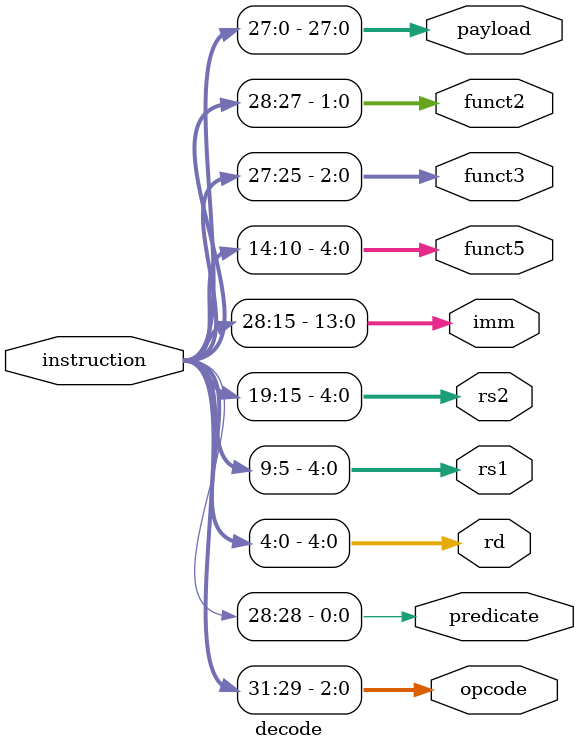
<source format=sv>
module decode (
    input  logic [31:0] instruction,
    output logic [2:0] opcode,
    output logic       predicate,
    output logic [4:0] rd,
    output logic [4:0] rs1,
    output logic [4:0] rs2,
    output logic [13:0] imm,
    output logic [4:0] funct5,
    output logic [2:0] funct3,
    output logic [1:0] funct2,
    output logic [27:0] payload
);

    assign opcode    = instruction[31:29];
    assign predicate = instruction[28];
    assign payload   = instruction[27:0];

    // Default outputs
    assign rd     = instruction[4:0];
    assign rs1    = instruction[9:5];
    assign funct5 = instruction[14:10];
    assign rs2    = instruction[19:15];
    assign imm    = instruction[28:15];
    assign funct3 = instruction[27:25];
    assign funct2 = instruction[28:27]; // for X-type

endmodule

</source>
